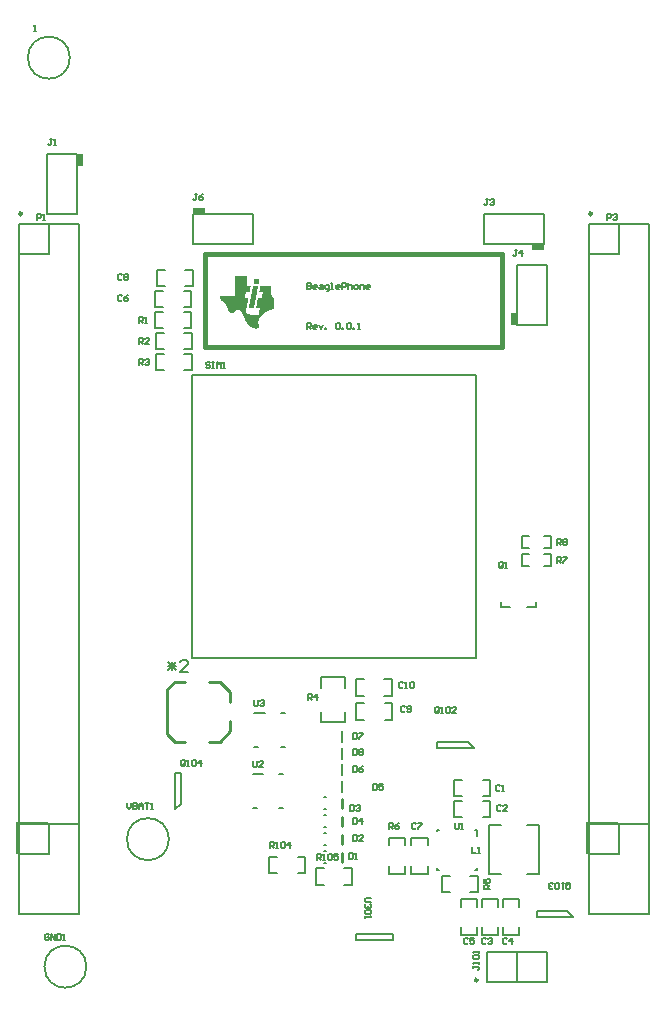
<source format=gto>
%FSLAX25Y25*%
%MOIN*%
G70*
G01*
G75*
%ADD10R,0.03937X0.03740*%
%ADD11R,0.03740X0.03937*%
%ADD12R,0.02362X0.05906*%
%ADD13R,0.02559X0.04331*%
%ADD14R,0.03150X0.02362*%
%ADD15R,0.08465X0.06693*%
%ADD16O,0.00945X0.02362*%
%ADD17R,0.05906X0.07480*%
%ADD18R,0.03150X0.03150*%
%ADD19R,0.04724X0.07874*%
%ADD20O,0.02362X0.00984*%
%ADD21R,0.06300X0.05000*%
%ADD22R,0.04724X0.03937*%
%ADD23R,0.08661X0.03937*%
%ADD24R,0.04331X0.02559*%
%ADD25O,0.02362X0.06299*%
%ADD26O,0.06299X0.02362*%
%ADD27C,0.01000*%
%ADD28C,0.02000*%
%ADD29C,0.01500*%
%ADD30C,0.06300*%
%ADD31C,0.03500*%
%ADD32C,0.02200*%
%ADD33C,0.06500*%
%ADD34C,0.04500*%
%ADD35C,0.06000*%
%ADD36C,0.04000*%
%ADD37R,0.01732X0.00787*%
%ADD38C,0.06000*%
%ADD39C,0.08700*%
%ADD40R,0.05906X0.05906*%
%ADD41C,0.05906*%
%ADD42R,0.06496X0.06496*%
%ADD43C,0.06496*%
%ADD44R,0.05906X0.05906*%
%ADD45R,0.06496X0.06496*%
%ADD46C,0.02000*%
%ADD47C,0.01969*%
%ADD48C,0.05000*%
%ADD49R,0.20079X0.70079*%
%ADD50R,0.32677X0.41142*%
%ADD51R,0.12598X0.04134*%
%ADD52R,0.20866X0.06299*%
%ADD53R,0.08500X0.10799*%
%ADD54R,0.07717X0.12402*%
%ADD55R,0.07284X0.05118*%
%ADD56R,0.11024X0.03937*%
%ADD57R,0.02500X0.04200*%
%ADD58C,0.00799*%
%ADD59C,0.00984*%
%ADD60C,0.00700*%
%ADD61C,0.00800*%
%ADD62C,0.00787*%
%ADD63C,0.00669*%
%ADD64C,0.00701*%
%ADD65C,0.00600*%
%ADD66R,0.02000X0.04000*%
%ADD67R,0.01000X0.11000*%
%ADD68R,0.10350X0.01000*%
%ADD69R,0.04000X0.02000*%
%ADD70R,0.00886X0.03937*%
G36*
X78694Y-93030D02*
X79857D01*
Y-93102D01*
X79785D01*
Y-93466D01*
X79712D01*
Y-93829D01*
X79639D01*
Y-94193D01*
X79566D01*
Y-94556D01*
X79494D01*
Y-94920D01*
X79421D01*
Y-95211D01*
X78185D01*
Y-95429D01*
X78113D01*
Y-95792D01*
X78040D01*
Y-96156D01*
X77967D01*
Y-96519D01*
X77894D01*
Y-96883D01*
X77822D01*
Y-97246D01*
X78985D01*
Y-97537D01*
X78912D01*
Y-97901D01*
X78839D01*
Y-98264D01*
X78767D01*
Y-98628D01*
X78694D01*
Y-98991D01*
X78621D01*
Y-99355D01*
X78549D01*
Y-99718D01*
X78476D01*
Y-100082D01*
X78403D01*
Y-100445D01*
X78331D01*
Y-100809D01*
X78258D01*
Y-101172D01*
X78185D01*
Y-101754D01*
X78258D01*
Y-101972D01*
X78331D01*
Y-102117D01*
X78403D01*
Y-102190D01*
X78476D01*
Y-102263D01*
X78549D01*
Y-102335D01*
X78694D01*
Y-102408D01*
X78839D01*
Y-102481D01*
X79130D01*
Y-102553D01*
X79566D01*
Y-102626D01*
X82402D01*
Y-102408D01*
X82474D01*
Y-102044D01*
X82547D01*
Y-101681D01*
X82620D01*
Y-101318D01*
X82693D01*
Y-100954D01*
X82765D01*
Y-100591D01*
X82838D01*
Y-100445D01*
X81893D01*
Y-100372D01*
X81748D01*
Y-100300D01*
X81675D01*
Y-99645D01*
X81748D01*
Y-99355D01*
X81820D01*
Y-98991D01*
X81893D01*
Y-98628D01*
X81966D01*
Y-98264D01*
X82038D01*
Y-97901D01*
X82111D01*
Y-97537D01*
X82184D01*
Y-97246D01*
X83492D01*
Y-96883D01*
X83565D01*
Y-96519D01*
X83638D01*
Y-96156D01*
X83710D01*
Y-95792D01*
X83783D01*
Y-95429D01*
X83856D01*
Y-95211D01*
X82620D01*
Y-94993D01*
X82693D01*
Y-94629D01*
X82765D01*
Y-94266D01*
X82838D01*
Y-93902D01*
X82911D01*
Y-93539D01*
X82983D01*
Y-93175D01*
X83056D01*
Y-93030D01*
X86546D01*
Y-95502D01*
X86618D01*
Y-95865D01*
X86691D01*
Y-96156D01*
X86764D01*
Y-96301D01*
X86836D01*
Y-96447D01*
X86909D01*
Y-96592D01*
X86982D01*
Y-96665D01*
X87055D01*
Y-96810D01*
X87127D01*
Y-96883D01*
X87200D01*
Y-96956D01*
X87273D01*
Y-97028D01*
X87345D01*
Y-97101D01*
X87491D01*
Y-97174D01*
X87564D01*
Y-100736D01*
X87418D01*
Y-100809D01*
X87200D01*
Y-100881D01*
X86909D01*
Y-100954D01*
X86691D01*
Y-101027D01*
X86473D01*
Y-101099D01*
X86255D01*
Y-101172D01*
X86110D01*
Y-101245D01*
X85891D01*
Y-101318D01*
X85746D01*
Y-101390D01*
X85601D01*
Y-101463D01*
X85455D01*
Y-101536D01*
X85310D01*
Y-101608D01*
X85164D01*
Y-101681D01*
X85019D01*
Y-101754D01*
X84874D01*
Y-101826D01*
X84801D01*
Y-101899D01*
X84655D01*
Y-101972D01*
X84510D01*
Y-102044D01*
X84437D01*
Y-102117D01*
X84365D01*
Y-102190D01*
X84219D01*
Y-102263D01*
X84147D01*
Y-102335D01*
X84074D01*
Y-102408D01*
X83928D01*
Y-102481D01*
X83856D01*
Y-102553D01*
X83783D01*
Y-102626D01*
X83710D01*
Y-102699D01*
X83638D01*
Y-102771D01*
X83565D01*
Y-102844D01*
X83492D01*
Y-102917D01*
X83420D01*
Y-102990D01*
X83347D01*
Y-103062D01*
X83274D01*
Y-103135D01*
X83201D01*
Y-103208D01*
X83129D01*
Y-103353D01*
X83056D01*
Y-103426D01*
X82983D01*
Y-103498D01*
X82911D01*
Y-103644D01*
X82838D01*
Y-103717D01*
X82765D01*
Y-103862D01*
X82693D01*
Y-104007D01*
X82620D01*
Y-104153D01*
X82547D01*
Y-104298D01*
X82474D01*
Y-104516D01*
X82402D01*
Y-104807D01*
X82329D01*
Y-105898D01*
X82402D01*
Y-106261D01*
X82474D01*
Y-106552D01*
X82547D01*
Y-106770D01*
X82620D01*
Y-106915D01*
X82693D01*
Y-107061D01*
X82547D01*
Y-107133D01*
X82329D01*
Y-107206D01*
X81966D01*
Y-107279D01*
X81166D01*
Y-107206D01*
X80802D01*
Y-107133D01*
X80584D01*
Y-107061D01*
X80366D01*
Y-106988D01*
X80221D01*
Y-106915D01*
X80075D01*
Y-106843D01*
X80003D01*
Y-106770D01*
X79857D01*
Y-106697D01*
X79785D01*
Y-106625D01*
X79639D01*
Y-106552D01*
X79566D01*
Y-106479D01*
X79494D01*
Y-106406D01*
X79348D01*
Y-106334D01*
X79276D01*
Y-106261D01*
X79203D01*
Y-106188D01*
X79130D01*
Y-106116D01*
X79058D01*
Y-106043D01*
X78985D01*
Y-105970D01*
X78912D01*
Y-105898D01*
X78839D01*
Y-105752D01*
X78767D01*
Y-105680D01*
X78694D01*
Y-105607D01*
X78621D01*
Y-105534D01*
X78549D01*
Y-105389D01*
X78476D01*
Y-105316D01*
X78403D01*
Y-105171D01*
X78331D01*
Y-105025D01*
X78258D01*
Y-104953D01*
X78185D01*
Y-104807D01*
X78113D01*
Y-104662D01*
X78040D01*
Y-104516D01*
X77967D01*
Y-104371D01*
X77894D01*
Y-104226D01*
X77822D01*
Y-104080D01*
X77749D01*
Y-103935D01*
X77676D01*
Y-103789D01*
X77604D01*
Y-103644D01*
X77531D01*
Y-103498D01*
X77458D01*
Y-103280D01*
X77385D01*
Y-103135D01*
X77313D01*
Y-102990D01*
X77240D01*
Y-102844D01*
X77167D01*
Y-102699D01*
X77095D01*
Y-102553D01*
X77022D01*
Y-102408D01*
X76949D01*
Y-102263D01*
X76876D01*
Y-102117D01*
X76804D01*
Y-101972D01*
X76731D01*
Y-101826D01*
X76658D01*
Y-101754D01*
X76586D01*
Y-101608D01*
X76513D01*
Y-101536D01*
X76440D01*
Y-101463D01*
X76368D01*
Y-101390D01*
X76295D01*
Y-101318D01*
X76222D01*
Y-101245D01*
X76149D01*
Y-101172D01*
X76077D01*
Y-101099D01*
X75931D01*
Y-101027D01*
X75641D01*
Y-100954D01*
X75495D01*
Y-101027D01*
X75132D01*
Y-101099D01*
X74986D01*
Y-101172D01*
X74841D01*
Y-101245D01*
X74768D01*
Y-101318D01*
X74696D01*
Y-101390D01*
X74623D01*
Y-101463D01*
X74550D01*
Y-101536D01*
X74477D01*
Y-101608D01*
X74405D01*
Y-101681D01*
X74332D01*
Y-101754D01*
X74259D01*
Y-101826D01*
X74187D01*
Y-101899D01*
X74114D01*
Y-101972D01*
X74041D01*
Y-102044D01*
X73896D01*
Y-102117D01*
X73314D01*
Y-102044D01*
X73096D01*
Y-101972D01*
X72951D01*
Y-101899D01*
X72878D01*
Y-101826D01*
X72805D01*
Y-101754D01*
X72660D01*
Y-101608D01*
X72587D01*
Y-101536D01*
X72514D01*
Y-101463D01*
X72442D01*
Y-101318D01*
X72369D01*
Y-101172D01*
X72297D01*
Y-101027D01*
X72224D01*
Y-100881D01*
X72151D01*
Y-100736D01*
X72078D01*
Y-100591D01*
X72006D01*
Y-100372D01*
X71933D01*
Y-100227D01*
X71860D01*
Y-100009D01*
X71788D01*
Y-99863D01*
X71715D01*
Y-99645D01*
X71642D01*
Y-99573D01*
X71569D01*
Y-99427D01*
X71497D01*
Y-99355D01*
X71424D01*
Y-99209D01*
X71351D01*
Y-99137D01*
X71279D01*
Y-99064D01*
X71206D01*
Y-98991D01*
X71133D01*
Y-98918D01*
X71061D01*
Y-98846D01*
X70988D01*
Y-98773D01*
X70915D01*
Y-98700D01*
X70842D01*
Y-98628D01*
X70770D01*
Y-98555D01*
X70697D01*
Y-98482D01*
X70552D01*
Y-98409D01*
X70479D01*
Y-98337D01*
X70406D01*
Y-98264D01*
X70334D01*
Y-98191D01*
X70261D01*
Y-98119D01*
X70188D01*
Y-98046D01*
X70115D01*
Y-97973D01*
X70043D01*
Y-97901D01*
X69970D01*
Y-97755D01*
X69897D01*
Y-97682D01*
X69825D01*
Y-97537D01*
X69752D01*
Y-97392D01*
X69679D01*
Y-97246D01*
X69607D01*
Y-97101D01*
X69534D01*
Y-96810D01*
X69461D01*
Y-96447D01*
X74477D01*
Y-89685D01*
X78694D01*
Y-93030D01*
D02*
G37*
G36*
X82329Y-93175D02*
X82256D01*
Y-93539D01*
X82184D01*
Y-93902D01*
X82111D01*
Y-94266D01*
X82038D01*
Y-94629D01*
X81966D01*
Y-94993D01*
X81893D01*
Y-95356D01*
X81820D01*
Y-95720D01*
X81748D01*
Y-96083D01*
X81675D01*
Y-96447D01*
X81602D01*
Y-96810D01*
X81529D01*
Y-97174D01*
X81457D01*
Y-97537D01*
X81384D01*
Y-97901D01*
X81311D01*
Y-98264D01*
X81239D01*
Y-98628D01*
X81166D01*
Y-98991D01*
X81093D01*
Y-99355D01*
X81020D01*
Y-99718D01*
X80948D01*
Y-100082D01*
X80875D01*
Y-100445D01*
X79130D01*
Y-100227D01*
X79203D01*
Y-99863D01*
X79276D01*
Y-99500D01*
X79348D01*
Y-99137D01*
X79421D01*
Y-98773D01*
X79494D01*
Y-98409D01*
X79566D01*
Y-98046D01*
X79639D01*
Y-97682D01*
X79712D01*
Y-97319D01*
X79785D01*
Y-96956D01*
X79857D01*
Y-96592D01*
X79930D01*
Y-96228D01*
X80003D01*
Y-95865D01*
X80075D01*
Y-95502D01*
X80148D01*
Y-95138D01*
X80221D01*
Y-94775D01*
X80293D01*
Y-94411D01*
X80366D01*
Y-94047D01*
X80439D01*
Y-93684D01*
X80511D01*
Y-93321D01*
X80584D01*
Y-93030D01*
X82329D01*
Y-93175D01*
D02*
G37*
G36*
X82765Y-90921D02*
X82693D01*
Y-91285D01*
X82620D01*
Y-91648D01*
X82547D01*
Y-92012D01*
X82474D01*
Y-92303D01*
X80730D01*
Y-92157D01*
X80802D01*
Y-91794D01*
X80875D01*
Y-91430D01*
X80948D01*
Y-91067D01*
X81020D01*
Y-90703D01*
X81093D01*
Y-90631D01*
X82765D01*
Y-90921D01*
D02*
G37*
D27*
X73000Y-231750D02*
Y-228500D01*
Y-241500D02*
Y-238250D01*
X66000Y-225000D02*
X69500D01*
X73000Y-228500D01*
X69500Y-245000D02*
X73000Y-241500D01*
X66000Y-245000D02*
X69500D01*
X54500Y-225000D02*
X58000D01*
X52000Y-227500D02*
X54500Y-225000D01*
X52000Y-242500D02*
Y-227500D01*
Y-242500D02*
X54500Y-245000D01*
X58000D01*
D29*
X64500Y-82500D02*
X163500D01*
Y-113500D02*
Y-82500D01*
X64500Y-113500D02*
X163500D01*
X64500D02*
Y-82500D01*
D58*
X25000Y-320000D02*
G03*
X25000Y-320000I-7000J0D01*
G01*
X19500Y-17000D02*
G03*
X19500Y-17000I-7000J0D01*
G01*
X52500Y-277500D02*
G03*
X52500Y-277500I-7000J0D01*
G01*
D59*
X193543Y-68957D02*
G03*
X193543Y-68957I-492J0D01*
G01*
X3543D02*
G03*
X3543Y-68957I-492J0D01*
G01*
X155449Y-324449D02*
G03*
X155449Y-324449I-492J0D01*
G01*
X110209Y-278976D02*
Y-276122D01*
Y-284976D02*
Y-282122D01*
Y-272976D02*
Y-270122D01*
Y-266976D02*
Y-264122D01*
D60*
X86002Y-288876D02*
X88600D01*
X86002D02*
Y-283430D01*
X88600D01*
X95400D02*
X97998D01*
Y-288876D02*
Y-283430D01*
X95400Y-288876D02*
X97998D01*
X110900Y-287273D02*
X113498D01*
Y-292720D02*
Y-287273D01*
X110900Y-292720D02*
X113498D01*
X101502D02*
X104100D01*
X101502D02*
Y-287273D01*
X104100D01*
X2500Y-282500D02*
X12500D01*
Y-272500D01*
X2500D02*
X22500D01*
Y-302500D02*
Y-272500D01*
X2500Y-302500D02*
X22500D01*
X2500D02*
Y-272500D01*
X192500Y-282500D02*
X202500D01*
Y-272500D01*
X192500D02*
X212500D01*
Y-302500D02*
Y-272500D01*
X192500Y-302500D02*
X212500D01*
X192500D02*
Y-272500D01*
Y-72500D01*
Y-272500D02*
X212500D01*
Y-72500D01*
X192500D02*
X212500D01*
X202500Y-82500D02*
Y-72500D01*
X192500Y-82500D02*
X202500D01*
X133273Y-288998D02*
Y-286400D01*
Y-288998D02*
X138720D01*
Y-286400D01*
Y-279600D02*
Y-277002D01*
X133273D02*
X138720D01*
X133273Y-279600D02*
Y-277002D01*
X2500Y-272500D02*
Y-72500D01*
Y-272500D02*
X22500D01*
Y-72500D01*
X2500D02*
X22500D01*
X12500Y-82500D02*
Y-72500D01*
X2500Y-82500D02*
X12500D01*
X131227Y-279600D02*
Y-277002D01*
X125780D02*
X131227D01*
X125780Y-279600D02*
Y-277002D01*
Y-288998D02*
Y-286400D01*
Y-288998D02*
X131227D01*
Y-286400D01*
X143502Y-289773D02*
X146100D01*
X143502Y-295220D02*
Y-289773D01*
Y-295220D02*
X146100D01*
X152900D02*
X155498D01*
Y-289773D01*
X152900D02*
X155498D01*
X149773Y-309349D02*
Y-306750D01*
Y-309349D02*
X155220D01*
Y-306750D01*
Y-299950D02*
Y-297352D01*
X149773D02*
X155220D01*
X149773Y-299950D02*
Y-297352D01*
X156773Y-309349D02*
Y-306750D01*
Y-309349D02*
X162220D01*
Y-306750D01*
Y-299950D02*
Y-297352D01*
X156773D02*
X162220D01*
X156773Y-299950D02*
Y-297352D01*
X163773Y-309349D02*
Y-306750D01*
Y-309349D02*
X169220D01*
Y-306750D01*
Y-299950D02*
Y-297352D01*
X163773D02*
X169220D01*
X163773Y-299950D02*
Y-297352D01*
X157050Y-270227D02*
X159648D01*
Y-264780D01*
X157050D02*
X159648D01*
X147651D02*
X150250D01*
X147651Y-270227D02*
Y-264780D01*
Y-270227D02*
X150250D01*
X157050Y-263227D02*
X159648D01*
Y-257780D01*
X157050D02*
X159648D01*
X147651D02*
X150250D01*
X147651Y-263227D02*
Y-257780D01*
Y-263227D02*
X150250D01*
X170200Y-180550D02*
X172500D01*
X170200D02*
Y-176450D01*
X172500D01*
X177500Y-180550D02*
X179800D01*
Y-176450D01*
X177500D02*
X179800D01*
X48151Y-115773D02*
X50750D01*
X48151Y-121220D02*
Y-115773D01*
Y-121220D02*
X50750D01*
X57550D02*
X60148D01*
Y-115773D01*
X57550D02*
X60148D01*
X115002Y-232273D02*
X117600D01*
X115002Y-237720D02*
Y-232273D01*
Y-237720D02*
X117600D01*
X124400D02*
X126998D01*
Y-232273D01*
X124400D02*
X126998D01*
X114852Y-224273D02*
X117450D01*
X114852Y-229720D02*
Y-224273D01*
Y-229720D02*
X117450D01*
X124250D02*
X126849D01*
Y-224273D01*
X124250D02*
X126849D01*
X111350Y-238400D02*
Y-235000D01*
X107350Y-238400D02*
X111350D01*
X103350D02*
X107350D01*
X103350D02*
Y-235000D01*
Y-227000D02*
Y-223600D01*
X107350D01*
X111350D01*
Y-227000D02*
Y-223600D01*
X168500Y-325000D02*
Y-315000D01*
X158500Y-325000D02*
Y-315000D01*
X178500D01*
Y-325000D02*
Y-315000D01*
X158500Y-325000D02*
X178500D01*
X177500Y-182450D02*
X179800D01*
Y-186550D02*
Y-182450D01*
X177500Y-186550D02*
X179800D01*
X170200Y-182450D02*
X172500D01*
X170200Y-186550D02*
Y-182450D01*
Y-186550D02*
X172500D01*
X57900Y-93227D02*
X60498D01*
Y-87780D01*
X57900D02*
X60498D01*
X48502D02*
X51100D01*
X48502Y-93227D02*
Y-87780D01*
Y-93227D02*
X51100D01*
X57400Y-100227D02*
X59998D01*
Y-94780D01*
X57400D02*
X59998D01*
X48002D02*
X50600D01*
X48002Y-100227D02*
Y-94780D01*
Y-100227D02*
X50600D01*
X57400Y-107227D02*
X59998D01*
Y-101780D01*
X57400D02*
X59998D01*
X48002D02*
X50600D01*
X48002Y-107227D02*
Y-101780D01*
Y-107227D02*
X50600D01*
X48151Y-108773D02*
X50750D01*
X48151Y-114220D02*
Y-108773D01*
Y-114220D02*
X50750D01*
X57550D02*
X60148D01*
Y-108773D01*
X57550D02*
X60148D01*
X52200Y-218468D02*
X54866Y-221134D01*
X52200D02*
X54866Y-218468D01*
X52200Y-219801D02*
X54866D01*
X53533Y-221134D02*
Y-218468D01*
X58864Y-221800D02*
X56199D01*
X58864Y-219134D01*
Y-218468D01*
X58198Y-217801D01*
X56865D01*
X56199Y-218468D01*
D61*
X168500Y-106000D02*
X178500D01*
X168500D02*
Y-86000D01*
X178500D01*
Y-106000D02*
Y-86000D01*
X12000Y-49000D02*
X22000D01*
Y-69000D02*
Y-49000D01*
X12000Y-69000D02*
X22000D01*
X12000D02*
Y-49000D01*
X60500Y-79000D02*
Y-69000D01*
X80500D01*
Y-79000D02*
Y-69000D01*
X60500Y-79000D02*
X80500D01*
X177500D02*
Y-69000D01*
X157500Y-79000D02*
X177500D01*
X157500D02*
Y-69000D01*
X177500D01*
D62*
X174906Y-200256D02*
Y-198287D01*
X171756Y-200256D02*
X174906D01*
X163094D02*
Y-198287D01*
Y-200256D02*
X166244D01*
X152134Y-245016D02*
X154102Y-246984D01*
X141898Y-245016D02*
X152134D01*
X141898Y-246984D02*
X154102D01*
X141898D02*
Y-245016D01*
X185374Y-301567D02*
X187343Y-303535D01*
X175138Y-301567D02*
X185374D01*
X175138Y-303535D02*
X187343D01*
X175138D02*
Y-301567D01*
X141807Y-274307D02*
X142437D01*
X141807Y-274937D02*
Y-274307D01*
Y-287693D02*
X142437D01*
X141807D02*
Y-287063D01*
X155193Y-287693D02*
Y-287063D01*
X154563Y-287693D02*
X155193D01*
X154563Y-274307D02*
X155193D01*
Y-276472D02*
Y-274307D01*
X159232Y-289268D02*
X163169D01*
X159232D02*
Y-272732D01*
X163169D01*
X171831Y-289268D02*
X175768D01*
Y-272732D01*
X171831D02*
X175768D01*
X80382Y-255791D02*
X84024Y-255791D01*
X80382Y-267209D02*
X81760D01*
X89240Y-255791D02*
X90618D01*
X89240Y-267209D02*
X90618D01*
X80882Y-235291D02*
X84524Y-235291D01*
X80882Y-246709D02*
X82260D01*
X89740Y-235291D02*
X91118D01*
X89740Y-246709D02*
X91118D01*
X114898Y-310984D02*
Y-309016D01*
X127102Y-310984D02*
Y-309016D01*
X114898Y-310984D02*
X127102D01*
X114898Y-309016D02*
X127102D01*
X54532Y-267602D02*
X56500Y-265634D01*
Y-255398D01*
X54532Y-267602D02*
Y-255398D01*
X56500D01*
D63*
X104106Y-275532D02*
X104894D01*
X104106Y-279468D02*
X104894D01*
X104106Y-281532D02*
X104894D01*
X104106Y-285469D02*
X104894D01*
X104106Y-269531D02*
X104894D01*
X104106Y-273468D02*
X104894D01*
X104106Y-263531D02*
X104894D01*
X104106Y-267469D02*
X104894D01*
D64*
X154744Y-217244D02*
Y-122756D01*
X60256Y-217244D02*
X154744D01*
X60256D02*
Y-122756D01*
X154744D01*
D65*
X86300Y-280450D02*
Y-278450D01*
X87300D01*
X87633Y-278783D01*
Y-279450D01*
X87300Y-279783D01*
X86300D01*
X86966D02*
X87633Y-280450D01*
X88299D02*
X88966D01*
X88633D01*
Y-278450D01*
X88299Y-278783D01*
X89965D02*
X90299Y-278450D01*
X90965D01*
X91298Y-278783D01*
Y-280116D01*
X90965Y-280450D01*
X90299D01*
X89965Y-280116D01*
Y-278783D01*
X92965Y-280450D02*
Y-278450D01*
X91965Y-279450D01*
X93298D01*
X101800Y-284300D02*
Y-282301D01*
X102800D01*
X103133Y-282634D01*
Y-283300D01*
X102800Y-283634D01*
X101800D01*
X102466D02*
X103133Y-284300D01*
X103799D02*
X104466D01*
X104133D01*
Y-282301D01*
X103799Y-282634D01*
X105465D02*
X105799Y-282301D01*
X106465D01*
X106798Y-282634D01*
Y-283967D01*
X106465Y-284300D01*
X105799D01*
X105465Y-283967D01*
Y-282634D01*
X108798Y-282301D02*
X107465D01*
Y-283300D01*
X108131Y-282967D01*
X108465D01*
X108798Y-283300D01*
Y-283967D01*
X108465Y-284300D01*
X107798D01*
X107465Y-283967D01*
X7500Y-8000D02*
X8167D01*
X7833D01*
Y-6001D01*
X7500Y-6334D01*
X12683Y-309334D02*
X12350Y-309001D01*
X11683D01*
X11350Y-309334D01*
Y-310667D01*
X11683Y-311000D01*
X12350D01*
X12683Y-310667D01*
Y-310000D01*
X12016D01*
X13349Y-311000D02*
Y-309001D01*
X14682Y-311000D01*
Y-309001D01*
X15349D02*
Y-311000D01*
X16348D01*
X16682Y-310667D01*
Y-309334D01*
X16348Y-309001D01*
X15349D01*
X17348Y-311000D02*
X18014D01*
X17681D01*
Y-309001D01*
X17348Y-309334D01*
X8500Y-71000D02*
Y-69001D01*
X9500D01*
X9833Y-69334D01*
Y-70000D01*
X9500Y-70334D01*
X8500D01*
X10499Y-71000D02*
X11166D01*
X10833D01*
Y-69001D01*
X10499Y-69334D01*
X198500Y-71000D02*
Y-69001D01*
X199500D01*
X199833Y-69334D01*
Y-70000D01*
X199500Y-70334D01*
X198500D01*
X200499Y-69334D02*
X200833Y-69001D01*
X201499D01*
X201832Y-69334D01*
Y-69667D01*
X201499Y-70000D01*
X201166D01*
X201499D01*
X201832Y-70334D01*
Y-70667D01*
X201499Y-71000D01*
X200833D01*
X200499Y-70667D01*
X162982Y-259834D02*
X162649Y-259501D01*
X161983D01*
X161650Y-259834D01*
Y-261167D01*
X161983Y-261500D01*
X162649D01*
X162982Y-261167D01*
X163649Y-261500D02*
X164315D01*
X163982D01*
Y-259501D01*
X163649Y-259834D01*
X163132Y-266334D02*
X162799Y-266001D01*
X162132D01*
X161799Y-266334D01*
Y-267667D01*
X162132Y-268000D01*
X162799D01*
X163132Y-267667D01*
X165131Y-268000D02*
X163799D01*
X165131Y-266667D01*
Y-266334D01*
X164798Y-266001D01*
X164132D01*
X163799Y-266334D01*
X158333Y-310684D02*
X158000Y-310351D01*
X157333D01*
X157000Y-310684D01*
Y-312017D01*
X157333Y-312350D01*
X158000D01*
X158333Y-312017D01*
X158999Y-310684D02*
X159333Y-310351D01*
X159999D01*
X160332Y-310684D01*
Y-311017D01*
X159999Y-311351D01*
X159666D01*
X159999D01*
X160332Y-311684D01*
Y-312017D01*
X159999Y-312350D01*
X159333D01*
X158999Y-312017D01*
X165333Y-310684D02*
X165000Y-310351D01*
X164333D01*
X164000Y-310684D01*
Y-312017D01*
X164333Y-312350D01*
X165000D01*
X165333Y-312017D01*
X166999Y-312350D02*
Y-310351D01*
X165999Y-311351D01*
X167332D01*
X152333Y-310684D02*
X152000Y-310351D01*
X151333D01*
X151000Y-310684D01*
Y-312017D01*
X151333Y-312350D01*
X152000D01*
X152333Y-312017D01*
X154332Y-310351D02*
X152999D01*
Y-311351D01*
X153666Y-311017D01*
X153999D01*
X154332Y-311351D01*
Y-312017D01*
X153999Y-312350D01*
X153333D01*
X152999Y-312017D01*
X36833Y-96334D02*
X36500Y-96001D01*
X35833D01*
X35500Y-96334D01*
Y-97667D01*
X35833Y-98000D01*
X36500D01*
X36833Y-97667D01*
X38832Y-96001D02*
X38166Y-96334D01*
X37499Y-97000D01*
Y-97667D01*
X37833Y-98000D01*
X38499D01*
X38832Y-97667D01*
Y-97334D01*
X38499Y-97000D01*
X37499D01*
X134833Y-272434D02*
X134500Y-272101D01*
X133833D01*
X133500Y-272434D01*
Y-273767D01*
X133833Y-274100D01*
X134500D01*
X134833Y-273767D01*
X135499Y-272101D02*
X136832D01*
Y-272434D01*
X135499Y-273767D01*
Y-274100D01*
X36833Y-89334D02*
X36500Y-89001D01*
X35833D01*
X35500Y-89334D01*
Y-90667D01*
X35833Y-91000D01*
X36500D01*
X36833Y-90667D01*
X37499Y-89334D02*
X37833Y-89001D01*
X38499D01*
X38832Y-89334D01*
Y-89667D01*
X38499Y-90000D01*
X38832Y-90334D01*
Y-90667D01*
X38499Y-91000D01*
X37833D01*
X37499Y-90667D01*
Y-90334D01*
X37833Y-90000D01*
X37499Y-89667D01*
Y-89334D01*
X37833Y-90000D02*
X38499D01*
X131333Y-233334D02*
X131000Y-233001D01*
X130333D01*
X130000Y-233334D01*
Y-234667D01*
X130333Y-235000D01*
X131000D01*
X131333Y-234667D01*
X131999D02*
X132333Y-235000D01*
X132999D01*
X133332Y-234667D01*
Y-233334D01*
X132999Y-233001D01*
X132333D01*
X131999Y-233334D01*
Y-233667D01*
X132333Y-234000D01*
X133332D01*
X130683Y-225334D02*
X130350Y-225001D01*
X129684D01*
X129350Y-225334D01*
Y-226667D01*
X129684Y-227000D01*
X130350D01*
X130683Y-226667D01*
X131350Y-227000D02*
X132016D01*
X131683D01*
Y-225001D01*
X131350Y-225334D01*
X133016D02*
X133349Y-225001D01*
X134016D01*
X134349Y-225334D01*
Y-226667D01*
X134016Y-227000D01*
X133349D01*
X133016Y-226667D01*
Y-225334D01*
X112500Y-282001D02*
Y-284000D01*
X113500D01*
X113833Y-283667D01*
Y-282334D01*
X113500Y-282001D01*
X112500D01*
X114499Y-284000D02*
X115166D01*
X114833D01*
Y-282001D01*
X114499Y-282334D01*
X114000Y-276001D02*
Y-278000D01*
X115000D01*
X115333Y-277667D01*
Y-276334D01*
X115000Y-276001D01*
X114000D01*
X117332Y-278000D02*
X115999D01*
X117332Y-276667D01*
Y-276334D01*
X116999Y-276001D01*
X116333D01*
X115999Y-276334D01*
X113000Y-266001D02*
Y-268000D01*
X114000D01*
X114333Y-267667D01*
Y-266334D01*
X114000Y-266001D01*
X113000D01*
X114999Y-266334D02*
X115333Y-266001D01*
X115999D01*
X116332Y-266334D01*
Y-266667D01*
X115999Y-267000D01*
X115666D01*
X115999D01*
X116332Y-267334D01*
Y-267667D01*
X115999Y-268000D01*
X115333D01*
X114999Y-267667D01*
X114000Y-270501D02*
Y-272500D01*
X115000D01*
X115333Y-272167D01*
Y-270834D01*
X115000Y-270501D01*
X114000D01*
X116999Y-272500D02*
Y-270501D01*
X115999Y-271500D01*
X117332D01*
X120500Y-259001D02*
Y-261000D01*
X121500D01*
X121833Y-260667D01*
Y-259334D01*
X121500Y-259001D01*
X120500D01*
X123832D02*
X122499D01*
Y-260000D01*
X123166Y-259667D01*
X123499D01*
X123832Y-260000D01*
Y-260667D01*
X123499Y-261000D01*
X122833D01*
X122499Y-260667D01*
X114000Y-253001D02*
Y-255000D01*
X115000D01*
X115333Y-254667D01*
Y-253334D01*
X115000Y-253001D01*
X114000D01*
X117332D02*
X116666Y-253334D01*
X115999Y-254000D01*
Y-254667D01*
X116333Y-255000D01*
X116999D01*
X117332Y-254667D01*
Y-254333D01*
X116999Y-254000D01*
X115999D01*
X114000Y-242001D02*
Y-244000D01*
X115000D01*
X115333Y-243667D01*
Y-242334D01*
X115000Y-242001D01*
X114000D01*
X115999D02*
X117332D01*
Y-242334D01*
X115999Y-243667D01*
Y-244000D01*
X114000Y-247501D02*
Y-249500D01*
X115000D01*
X115333Y-249167D01*
Y-247834D01*
X115000Y-247501D01*
X114000D01*
X115999Y-247834D02*
X116333Y-247501D01*
X116999D01*
X117332Y-247834D01*
Y-248167D01*
X116999Y-248500D01*
X117332Y-248833D01*
Y-249167D01*
X116999Y-249500D01*
X116333D01*
X115999Y-249167D01*
Y-248833D01*
X116333Y-248500D01*
X115999Y-248167D01*
Y-247834D01*
X116333Y-248500D02*
X116999D01*
X13533Y-44001D02*
X12867D01*
X13200D01*
Y-45667D01*
X12867Y-46000D01*
X12533D01*
X12200Y-45667D01*
X14199Y-46000D02*
X14866D01*
X14533D01*
Y-44001D01*
X14199Y-44334D01*
X159033Y-64001D02*
X158367D01*
X158700D01*
Y-65667D01*
X158367Y-66000D01*
X158033D01*
X157700Y-65667D01*
X159699Y-64334D02*
X160033Y-64001D01*
X160699D01*
X161032Y-64334D01*
Y-64667D01*
X160699Y-65000D01*
X160366D01*
X160699D01*
X161032Y-65334D01*
Y-65667D01*
X160699Y-66000D01*
X160033D01*
X159699Y-65667D01*
X168433Y-81001D02*
X167766D01*
X168100D01*
Y-82667D01*
X167766Y-83000D01*
X167433D01*
X167100Y-82667D01*
X170099Y-83000D02*
Y-81001D01*
X169099Y-82000D01*
X170432D01*
X62033Y-62401D02*
X61366D01*
X61700D01*
Y-64067D01*
X61366Y-64400D01*
X61033D01*
X60700Y-64067D01*
X64032Y-62401D02*
X63366Y-62734D01*
X62699Y-63400D01*
Y-64067D01*
X63033Y-64400D01*
X63699D01*
X64032Y-64067D01*
Y-63734D01*
X63699Y-63400D01*
X62699D01*
X153500Y-280001D02*
Y-282000D01*
X154833D01*
X155499D02*
X156166D01*
X155833D01*
Y-280001D01*
X155499Y-280334D01*
X163809Y-186667D02*
Y-185334D01*
X163475Y-185001D01*
X162809D01*
X162476Y-185334D01*
Y-186667D01*
X162809Y-187000D01*
X163475D01*
X163142Y-186334D02*
X163809Y-187000D01*
X163475D02*
X163809Y-186667D01*
X164475Y-187000D02*
X165141D01*
X164808D01*
Y-185001D01*
X164475Y-185334D01*
X142633Y-234967D02*
Y-233634D01*
X142300Y-233301D01*
X141633D01*
X141300Y-233634D01*
Y-234967D01*
X141633Y-235300D01*
X142300D01*
X141966Y-234634D02*
X142633Y-235300D01*
X142300D02*
X142633Y-234967D01*
X143299Y-235300D02*
X143966D01*
X143633D01*
Y-233301D01*
X143299Y-233634D01*
X144966D02*
X145299Y-233301D01*
X145965D01*
X146298Y-233634D01*
Y-234967D01*
X145965Y-235300D01*
X145299D01*
X144966Y-234967D01*
Y-233634D01*
X148298Y-235300D02*
X146965D01*
X148298Y-233967D01*
Y-233634D01*
X147965Y-233301D01*
X147298D01*
X146965Y-233634D01*
X184907Y-292384D02*
Y-293717D01*
X185240Y-294051D01*
X185907D01*
X186240Y-293717D01*
Y-292384D01*
X185907Y-292051D01*
X185240D01*
X185574Y-292718D02*
X184907Y-292051D01*
X185240D02*
X184907Y-292384D01*
X184241Y-292051D02*
X183574D01*
X183908D01*
Y-294051D01*
X184241Y-293717D01*
X182575D02*
X182241Y-294051D01*
X181575D01*
X181242Y-293717D01*
Y-292384D01*
X181575Y-292051D01*
X182241D01*
X182575Y-292384D01*
Y-293717D01*
X180575D02*
X180242Y-294051D01*
X179576D01*
X179242Y-293717D01*
Y-293384D01*
X179576Y-293051D01*
X179909D01*
X179576D01*
X179242Y-292718D01*
Y-292384D01*
X179576Y-292051D01*
X180242D01*
X180575Y-292384D01*
X57833Y-252667D02*
Y-251334D01*
X57500Y-251001D01*
X56833D01*
X56500Y-251334D01*
Y-252667D01*
X56833Y-253000D01*
X57500D01*
X57166Y-252334D02*
X57833Y-253000D01*
X57500D02*
X57833Y-252667D01*
X58499Y-253000D02*
X59166D01*
X58833D01*
Y-251001D01*
X58499Y-251334D01*
X60166D02*
X60499Y-251001D01*
X61165D01*
X61498Y-251334D01*
Y-252667D01*
X61165Y-253000D01*
X60499D01*
X60166Y-252667D01*
Y-251334D01*
X63165Y-253000D02*
Y-251001D01*
X62165Y-252000D01*
X63498D01*
X42500Y-105500D02*
Y-103501D01*
X43500D01*
X43833Y-103834D01*
Y-104500D01*
X43500Y-104833D01*
X42500D01*
X43166D02*
X43833Y-105500D01*
X44499D02*
X45166D01*
X44833D01*
Y-103501D01*
X44499Y-103834D01*
X42500Y-112500D02*
Y-110501D01*
X43500D01*
X43833Y-110834D01*
Y-111500D01*
X43500Y-111834D01*
X42500D01*
X43166D02*
X43833Y-112500D01*
X45832D02*
X44499D01*
X45832Y-111167D01*
Y-110834D01*
X45499Y-110501D01*
X44833D01*
X44499Y-110834D01*
X42500Y-119500D02*
Y-117501D01*
X43500D01*
X43833Y-117834D01*
Y-118500D01*
X43500Y-118833D01*
X42500D01*
X43166D02*
X43833Y-119500D01*
X44499Y-117834D02*
X44833Y-117501D01*
X45499D01*
X45832Y-117834D01*
Y-118167D01*
X45499Y-118500D01*
X45166D01*
X45499D01*
X45832Y-118833D01*
Y-119167D01*
X45499Y-119500D01*
X44833D01*
X44499Y-119167D01*
X98850Y-231000D02*
Y-229001D01*
X99850D01*
X100183Y-229334D01*
Y-230000D01*
X99850Y-230334D01*
X98850D01*
X99517D02*
X100183Y-231000D01*
X101849D02*
Y-229001D01*
X100850Y-230000D01*
X102183D01*
X159500Y-294000D02*
X157501D01*
Y-293000D01*
X157834Y-292667D01*
X158500D01*
X158834Y-293000D01*
Y-294000D01*
Y-293334D02*
X159500Y-292667D01*
X157501Y-290668D02*
Y-292001D01*
X158500D01*
X158167Y-291334D01*
Y-291001D01*
X158500Y-290668D01*
X159167D01*
X159500Y-291001D01*
Y-291667D01*
X159167Y-292001D01*
X126000Y-274100D02*
Y-272101D01*
X127000D01*
X127333Y-272434D01*
Y-273100D01*
X127000Y-273434D01*
X126000D01*
X126666D02*
X127333Y-274100D01*
X129332Y-272101D02*
X128666Y-272434D01*
X127999Y-273100D01*
Y-273767D01*
X128333Y-274100D01*
X128999D01*
X129332Y-273767D01*
Y-273434D01*
X128999Y-273100D01*
X127999D01*
X182000Y-185500D02*
Y-183501D01*
X183000D01*
X183333Y-183834D01*
Y-184500D01*
X183000Y-184834D01*
X182000D01*
X182667D02*
X183333Y-185500D01*
X183999Y-183501D02*
X185332D01*
Y-183834D01*
X183999Y-185167D01*
Y-185500D01*
X182000Y-179500D02*
Y-177501D01*
X183000D01*
X183333Y-177834D01*
Y-178500D01*
X183000Y-178833D01*
X182000D01*
X182667D02*
X183333Y-179500D01*
X183999Y-177834D02*
X184333Y-177501D01*
X184999D01*
X185332Y-177834D01*
Y-178167D01*
X184999Y-178500D01*
X185332Y-178833D01*
Y-179167D01*
X184999Y-179500D01*
X184333D01*
X183999Y-179167D01*
Y-178833D01*
X184333Y-178500D01*
X183999Y-178167D01*
Y-177834D01*
X184333Y-178500D02*
X184999D01*
X148000Y-272001D02*
Y-273667D01*
X148333Y-274000D01*
X149000D01*
X149333Y-273667D01*
Y-272001D01*
X149999Y-274000D02*
X150666D01*
X150333D01*
Y-272001D01*
X149999Y-272334D01*
X80500Y-251501D02*
Y-253167D01*
X80833Y-253500D01*
X81500D01*
X81833Y-253167D01*
Y-251501D01*
X83832Y-253500D02*
X82499D01*
X83832Y-252167D01*
Y-251834D01*
X83499Y-251501D01*
X82833D01*
X82499Y-251834D01*
X38700Y-265501D02*
Y-266834D01*
X39366Y-267500D01*
X40033Y-266834D01*
Y-265501D01*
X40699D02*
Y-267500D01*
X41699D01*
X42032Y-267167D01*
Y-266834D01*
X41699Y-266500D01*
X40699D01*
X41699D01*
X42032Y-266167D01*
Y-265834D01*
X41699Y-265501D01*
X40699D01*
X42699Y-267500D02*
Y-266167D01*
X43365Y-265501D01*
X44032Y-266167D01*
Y-267500D01*
Y-266500D01*
X42699D01*
X44698Y-265501D02*
X46031D01*
X45364D01*
Y-267500D01*
X46697D02*
X47364D01*
X47031D01*
Y-265501D01*
X46697Y-265834D01*
X66333Y-118834D02*
X66000Y-118501D01*
X65333D01*
X65000Y-118834D01*
Y-119167D01*
X65333Y-119500D01*
X66000D01*
X66333Y-119834D01*
Y-120167D01*
X66000Y-120500D01*
X65333D01*
X65000Y-120167D01*
X66999Y-118501D02*
X67666D01*
X67333D01*
Y-120500D01*
X66999D01*
X67666D01*
X68665D02*
Y-118501D01*
X69332Y-119167D01*
X69998Y-118501D01*
Y-120500D01*
X70665D02*
X71331D01*
X70998D01*
Y-118501D01*
X70665Y-118834D01*
X81000Y-231001D02*
Y-232667D01*
X81333Y-233000D01*
X82000D01*
X82333Y-232667D01*
Y-231001D01*
X82999Y-231334D02*
X83333Y-231001D01*
X83999D01*
X84332Y-231334D01*
Y-231667D01*
X83999Y-232000D01*
X83666D01*
X83999D01*
X84332Y-232334D01*
Y-232667D01*
X83999Y-233000D01*
X83333D01*
X82999Y-232667D01*
X154001Y-319667D02*
Y-320334D01*
Y-320000D01*
X155667D01*
X156000Y-320334D01*
Y-320667D01*
X155667Y-321000D01*
X156000Y-319001D02*
Y-318334D01*
Y-318667D01*
X154001D01*
X154334Y-319001D01*
Y-317335D02*
X154001Y-317001D01*
Y-316335D01*
X154334Y-316002D01*
X155667D01*
X156000Y-316335D01*
Y-317001D01*
X155667Y-317335D01*
X154334D01*
X156000Y-315335D02*
Y-314669D01*
Y-315002D01*
X154001D01*
X154334Y-315335D01*
X119999Y-297000D02*
X118333D01*
X118000Y-297333D01*
Y-298000D01*
X118333Y-298333D01*
X119999D01*
X119666Y-298999D02*
X119999Y-299333D01*
Y-299999D01*
X119666Y-300332D01*
X119333D01*
X119000Y-299999D01*
Y-299666D01*
Y-299999D01*
X118667Y-300332D01*
X118333D01*
X118000Y-299999D01*
Y-299333D01*
X118333Y-298999D01*
X119666Y-300999D02*
X119999Y-301332D01*
Y-301998D01*
X119666Y-302332D01*
X118333D01*
X118000Y-301998D01*
Y-301332D01*
X118333Y-300999D01*
X119666D01*
X118000Y-302998D02*
Y-303664D01*
Y-303331D01*
X119999D01*
X119666Y-302998D01*
X98500Y-107500D02*
Y-105501D01*
X99500D01*
X99833Y-105834D01*
Y-106500D01*
X99500Y-106834D01*
X98500D01*
X99166D02*
X99833Y-107500D01*
X101499D02*
X100833D01*
X100499Y-107167D01*
Y-106500D01*
X100833Y-106167D01*
X101499D01*
X101832Y-106500D01*
Y-106834D01*
X100499D01*
X102499Y-106167D02*
X103165Y-107500D01*
X103832Y-106167D01*
X104498Y-107500D02*
Y-107167D01*
X104831D01*
Y-107500D01*
X104498D01*
X108163Y-105834D02*
X108497Y-105501D01*
X109163D01*
X109496Y-105834D01*
Y-107167D01*
X109163Y-107500D01*
X108497D01*
X108163Y-107167D01*
Y-105834D01*
X110163Y-107500D02*
Y-107167D01*
X110496D01*
Y-107500D01*
X110163D01*
X111829Y-105834D02*
X112162Y-105501D01*
X112829D01*
X113162Y-105834D01*
Y-107167D01*
X112829Y-107500D01*
X112162D01*
X111829Y-107167D01*
Y-105834D01*
X113828Y-107500D02*
Y-107167D01*
X114162D01*
Y-107500D01*
X113828D01*
X115495D02*
X116161D01*
X115828D01*
Y-105501D01*
X115495Y-105834D01*
X98400Y-92201D02*
Y-94200D01*
X99400D01*
X99733Y-93867D01*
Y-93534D01*
X99400Y-93200D01*
X98400D01*
X99400D01*
X99733Y-92867D01*
Y-92534D01*
X99400Y-92201D01*
X98400D01*
X101399Y-94200D02*
X100733D01*
X100399Y-93867D01*
Y-93200D01*
X100733Y-92867D01*
X101399D01*
X101732Y-93200D01*
Y-93534D01*
X100399D01*
X102732Y-92867D02*
X103398D01*
X103732Y-93200D01*
Y-94200D01*
X102732D01*
X102399Y-93867D01*
X102732Y-93534D01*
X103732D01*
X105064Y-94866D02*
X105398D01*
X105731Y-94533D01*
Y-92867D01*
X104731D01*
X104398Y-93200D01*
Y-93867D01*
X104731Y-94200D01*
X105731D01*
X106397D02*
X107064D01*
X106731D01*
Y-92201D01*
X106397D01*
X109063Y-94200D02*
X108397D01*
X108063Y-93867D01*
Y-93200D01*
X108397Y-92867D01*
X109063D01*
X109396Y-93200D01*
Y-93534D01*
X108063D01*
X110063Y-94200D02*
Y-92201D01*
X111063D01*
X111396Y-92534D01*
Y-93200D01*
X111063Y-93534D01*
X110063D01*
X112062Y-92201D02*
Y-94200D01*
Y-93200D01*
X112396Y-92867D01*
X113062D01*
X113395Y-93200D01*
Y-94200D01*
X114395D02*
X115061D01*
X115394Y-93867D01*
Y-93200D01*
X115061Y-92867D01*
X114395D01*
X114062Y-93200D01*
Y-93867D01*
X114395Y-94200D01*
X116061D02*
Y-92867D01*
X117061D01*
X117394Y-93200D01*
Y-94200D01*
X119060D02*
X118394D01*
X118060Y-93867D01*
Y-93200D01*
X118394Y-92867D01*
X119060D01*
X119393Y-93200D01*
Y-93534D01*
X118060D01*
D66*
X167500Y-104000D02*
D03*
X23000Y-51000D02*
D03*
D67*
X2000Y-277000D02*
D03*
X192000D02*
D03*
D68*
X7325Y-272000D02*
D03*
X197325D02*
D03*
D69*
X62500Y-68000D02*
D03*
X175500Y-80000D02*
D03*
D70*
X110060Y-254496D02*
D03*
X110057Y-259992D02*
D03*
X110100Y-243487D02*
D03*
X110053Y-248987D02*
D03*
M02*

</source>
